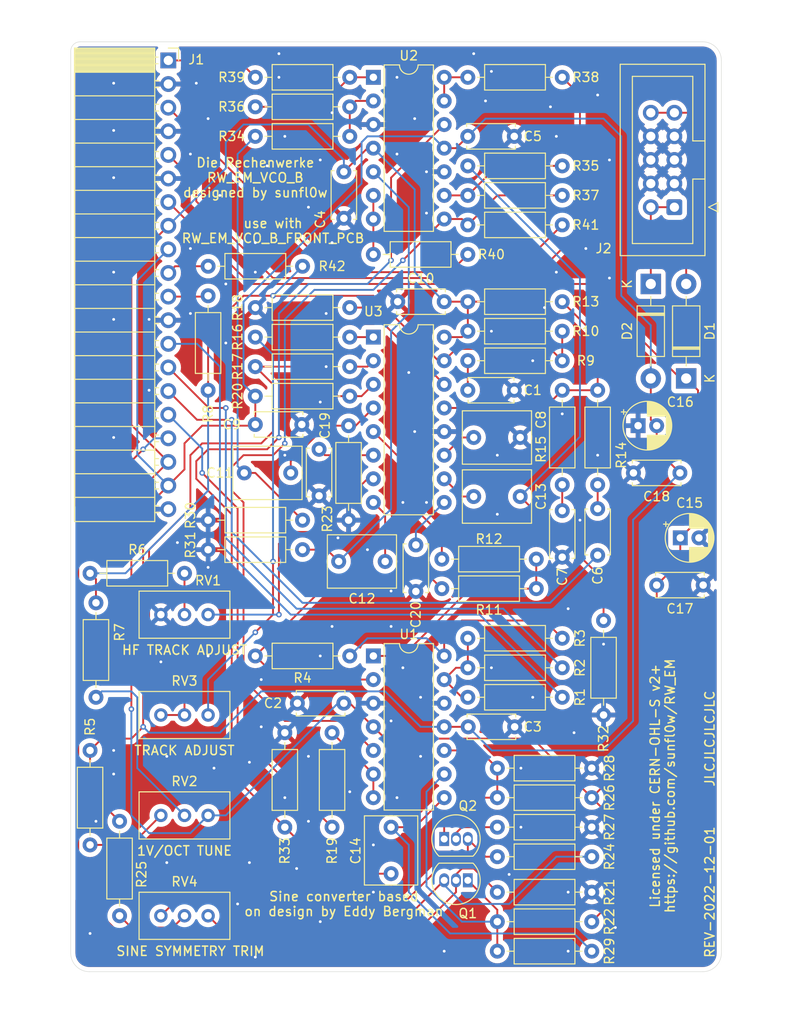
<source format=kicad_pcb>
(kicad_pcb (version 20211014) (generator pcbnew)
  (title_block (title "RW_EM_VCO_B") (date "2022-12-01") (rev "2022-12-01") (comment 1 "Licensed under CERN-OHL-S v2+") (comment 2 "https://github.com/sunfl0w/RW_EM"))
  (layers (0 "F.Cu" signal) (31 "B.Cu" signal) (34 "B.Paste" user) (35 "F.Paste" user) (36 "B.SilkS" user "B.Silkscreen") (37 "F.SilkS" user "F.Silkscreen") (38 "B.Mask" user) (39 "F.Mask" user) (44 "Edge.Cuts" user))
  (net 0 "")
  (net 1 "GND")
  (net 2 "Net-(C1-Pad2)")
  (net 3 "+12V")
  (net 4 "-12V")
  (net 5 "FM_CV")
  (net 6 "Net-(C6-Pad2)")
  (net 7 "Net-(C7-Pad1)")
  (net 8 "Net-(C8-Pad2)")
  (net 9 "SQR")
  (net 10 "Net-(C11-Pad2)")
  (net 11 "SAW")
  (net 12 "Net-(C12-Pad2)")
  (net 13 "TRI")
  (net 14 "Net-(C13-Pad2)")
  (net 15 "Net-(C14-Pad1)")
  (net 16 "Net-(C14-Pad2)")
  (net 17 "1V{slash}OCT")
  (net 18 "PWM_CV_IN_1")
  (net 19 "PWM_CV_IN_2")
  (net 20 "CONV_RES_1")
  (net 21 "CONV_RES_2")
  (net 22 "SQR_OUT")
  (net 23 "SAW_OUT")
  (net 24 "TRI_OUT")
  (net 25 "SINE_OUT")
  (net 26 "Net-(Q1-Pad1)")
  (net 27 "Net-(Q1-Pad3)")
  (net 28 "Net-(Q2-Pad1)")
  (net 29 "Net-(Q2-Pad2)")
  (net 30 "Net-(Q2-Pad3)")
  (net 31 "Net-(R1-Pad2)")
  (net 32 "Net-(R3-Pad2)")
  (net 33 "Net-(R11-Pad1)")
  (net 34 "Net-(R5-Pad1)")
  (net 35 "Net-(R6-Pad1)")
  (net 36 "CV")
  (net 37 "Net-(R7-Pad1)")
  (net 38 "Net-(R11-Pad2)")
  (net 39 "PWM_CV")
  (net 40 "Net-(R13-Pad2)")
  (net 41 "Net-(R16-Pad1)")
  (net 42 "Net-(R16-Pad2)")
  (net 43 "Net-(R17-Pad2)")
  (net 44 "Net-(R18-Pad2)")
  (net 45 "Net-(R19-Pad1)")
  (net 46 "HARD_SYNC")
  (net 47 "Net-(R25-Pad2)")
  (net 48 "Net-(R34-Pad2)")
  (net 49 "Net-(R35-Pad2)")
  (net 50 "Net-(R36-Pad2)")
  (net 51 "SINE_CONV")
  (net 52 "Net-(R38-Pad2)")
  (net 53 "Net-(R40-Pad1)")
  (net 54 "HFT")
  (net 55 "SOFT_SYNC")
  (net 56 "Net-(R17-Pad1)")
  (net 57 "VCO_TUNE")
  (net 58 "Net-(D1-Pad2)")
  (net 59 "Net-(D2-Pad1)")
  (footprint "Resistor_THT:R_Axial_DIN0207_L6.3mm_D2.5mm_P10.16mm_Horizontal" (layer "F.Cu") (at 186.055 131.445 180)
    (fp_text reference "R21")
    (fp_text value "2.2k*")
  )
  (footprint "Capacitor_THT:C_Disc_D5.0mm_W2.5mm_P5.00mm" (layer "F.Cu") (at 193.04 98.425)
    (fp_text reference "C17")
    (fp_text value "100nF")
  )
  (footprint "Resistor_THT:R_Axial_DIN0207_L6.3mm_D2.5mm_P10.16mm_Horizontal" (layer "F.Cu") (at 153.035 114.3 -90)
    (fp_text reference "R33")
    (fp_text value "200k")
  )
  (footprint "Resistor_THT:R_Axial_DIN0207_L6.3mm_D2.5mm_P10.16mm_Horizontal" (layer "F.Cu") (at 172.72 74.295)
    (fp_text reference "R9")
    (fp_text value "470")
  )
  (footprint "Potentiometer_THT:Potentiometer_Bourns_3296W_Vertical" (layer "F.Cu") (at 144.78 101.6)
    (fp_text reference "RV1")
    (fp_text value "20k")
  )
  (footprint "Resistor_THT:R_Axial_DIN0207_L6.3mm_D2.5mm_P10.16mm_Horizontal" (layer "F.Cu") (at 144.78 67.31 -90)
    (fp_text reference "R8")
    (fp_text value "100k")
  )
  (footprint "Capacitor_THT:C_Rect_L7.2mm_W5.5mm_P5.00mm_FKS2_FKP2_MKS2_MKP2" (layer "F.Cu") (at 153.67 86.36 180)
    (fp_text reference "C11")
    (fp_text value "1uF")
  )
  (footprint "Resistor_THT:R_Axial_DIN0207_L6.3mm_D2.5mm_P10.16mm_Horizontal" (layer "F.Cu") (at 172.72 104.14)
    (fp_text reference "R3")
    (fp_text value "100k")
  )
  (footprint "Resistor_THT:R_Axial_DIN0207_L6.3mm_D2.5mm_P10.16mm_Horizontal" (layer "F.Cu") (at 142.24 97.155 180)
    (fp_text reference "R6")
    (fp_text value "1M")
  )
  (footprint "Resistor_THT:R_Axial_DIN0207_L6.3mm_D2.5mm_P10.16mm_Horizontal" (layer "F.Cu") (at 158.115 114.3 -90)
    (fp_text reference "R19")
    (fp_text value "1k")
  )
  (footprint "Resistor_THT:R_Axial_DIN0207_L6.3mm_D2.5mm_P10.16mm_Horizontal" (layer "F.Cu") (at 172.72 53.34)
    (fp_text reference "R35")
    (fp_text value "10k")
  )
  (footprint "Package_DIP:DIP-14_W7.62mm" (layer "F.Cu") (at 162.56 106.045)
    (fp_text reference "U1")
    (fp_text value "TL074")
  )
  (footprint "Capacitor_THT:CP_Radial_D5.0mm_P2.00mm" (layer "F.Cu") (at 195.58 93.345)
    (fp_text reference "C15")
    (fp_text value "47uF")
  )
  (footprint "Resistor_THT:R_Axial_DIN0207_L6.3mm_D2.5mm_P10.16mm_Horizontal" (layer "F.Cu") (at 160.02 46.99 180)
    (fp_text reference "R36")
    (fp_text value "8.6k")
  )
  (footprint "Resistor_THT:R_Axial_DIN0207_L6.3mm_D2.5mm_P10.16mm_Horizontal" (layer "F.Cu") (at 159.893 81.28 -90)
    (fp_text reference "R23")
    (fp_text value "51k")
  )
  (footprint "Capacitor_THT:C_Disc_D5.0mm_W2.5mm_P5.00mm" (layer "F.Cu") (at 167.132 94.107 -90)
    (fp_text reference "C20")
    (fp_text value "1nF")
  )
  (footprint "Package_TO_SOT_THT:TO-92_Inline" (layer "F.Cu") (at 172.72 130.175 180)
    (fp_text reference "Q1")
    (fp_text value "BC548")
  )
  (footprint "Resistor_THT:R_Axial_DIN0207_L6.3mm_D2.5mm_P10.16mm_Horizontal" (layer "F.Cu") (at 149.86 78.105)
    (fp_text reference "R20")
    (fp_text value "680R")
  )
  (footprint "Resistor_THT:R_Axial_DIN0207_L6.3mm_D2.5mm_P10.16mm_Horizontal" (layer "F.Cu") (at 160.02 106.045 180)
    (fp_text reference "R4")
    (fp_text value "100k")
  )
  (footprint "Resistor_THT:R_Axial_DIN0207_L6.3mm_D2.5mm_P10.16mm_Horizontal" (layer "F.Cu") (at 172.72 56.515)
    (fp_text reference "R37")
    (fp_text value "20k")
  )
  (footprint "Resistor_THT:R_Axial_DIN0207_L6.3mm_D2.5mm_P10.16mm_Horizontal" (layer "F.Cu") (at 132.715 110.49 90)
    (fp_text reference "R7")
    (fp_text value "470k")
  )
  (footprint "Resistor_THT:R_Axial_DIN0207_L6.3mm_D2.5mm_P10.16mm_Horizontal" (layer "F.Cu") (at 182.88 43.815 180)
    (fp_text reference "R38")
    (fp_text value "1k")
  )
  (footprint "Resistor_THT:R_Axial_DIN0207_L6.3mm_D2.5mm_P10.16mm_Horizontal" (layer "F.Cu") (at 175.895 127.635)
    (fp_text reference "R24")
    (fp_text value "390")
  )
  (footprint "Resistor_THT:R_Axial_DIN0207_L6.3mm_D2.5mm_P10.16mm_Horizontal" (layer "F.Cu") (at 154.94 94.615 180)
    (fp_text reference "R31")
    (fp_text value "200k")
  )
  (footprint "Resistor_THT:R_Axial_DIN0207_L6.3mm_D2.5mm_P10.16mm_Horizontal" (layer "F.Cu") (at 149.86 50.165)
    (fp_text reference "R34")
    (fp_text value "10k")
  )
  (footprint "Resistor_THT:R_Axial_DIN0207_L6.3mm_D2.5mm_P10.16mm_Horizontal" (layer "F.Cu") (at 182.88 107.315 180)
    (fp_text reference "R2")
    (fp_text value "100k")
  )
  (footprint "Resistor_THT:R_Axial_DIN0207_L6.3mm_D2.5mm_P10.16mm_Horizontal" (layer "F.Cu") (at 180.086 95.631 180)
    (fp_text reference "R12")
    (fp_text value "1k")
  )
  (footprint "Capacitor_THT:C_Disc_D5.0mm_W2.5mm_P5.00mm" (layer "F.Cu") (at 182.88 90.424 -90)
    (fp_text reference "C7")
    (fp_text value "10nF")
  )
  (footprint "Capacitor_THT:C_Disc_D4.7mm_W2.5mm_P5.00mm" (layer "F.Cu") (at 177.72 77.47 180)
    (fp_text reference "C1")
    (fp_text value "10nF")
  )
  (footprint "Resistor_THT:R_Axial_DIN0207_L6.3mm_D2.5mm_P10.16mm_Horizontal" (layer "F.Cu") (at 154.94 91.44 180)
    (fp_text reference "R30")
    (fp_text value "200k")
  )
  (footprint "Resistor_THT:R_Axial_DIN0207_L6.3mm_D2.5mm_P10.16mm_Horizontal" (layer "F.Cu") (at 162.56 62.865)
    (fp_text reference "R40")
    (fp_text value "1k")
  )
  (footprint "Resistor_THT:R_Axial_DIN0207_L6.3mm_D2.5mm_P10.16mm_Horizontal" (layer "F.Cu") (at 186.69 87.63 90)
    (fp_text reference "R14")
    (fp_text value "1M")
  )
  (footprint "Capacitor_THT:C_Disc_D4.7mm_W2.5mm_P5.00mm" (layer "F.Cu") (at 186.69 95.21 90)
    (fp_text reference "C6")
    (fp_text value "100nF")
  )
  (footprint "Capacitor_THT:C_Disc_D5.0mm_W2.5mm_P5.00mm" (layer "F.Cu") (at 156.718 83.82 -90)
    (fp_text reference "C19")
    (fp_text value "1nF")
  )
  (footprint "Resistor_THT:R_Axial_DIN0207_L6.3mm_D2.5mm_P10.16mm_Horizontal" (layer "F.Cu") (at 169.926 98.806)
    (fp_text reference "R11")
    (fp_text value "100k")
  )
  (footprint "Resistor_THT:R_Axial_DIN0207_L6.3mm_D2.5mm_P10.16mm_Horizontal" (layer "F.Cu") (at 172.72 59.69)
    (fp_text reference "R41")
    (fp_text value "1k")
  )
  (footprint "Capacitor_THT:C_Disc_D5.0mm_W2.5mm_P5.00mm" (layer "F.Cu") (at 159.385 111.125 180)
    (fp_text reference "C2")
    (fp_text value "100nF")
  )
  (footprint "Resistor_THT:R_Axial_DIN0207_L6.3mm_D2.5mm_P10.16mm_Horizontal" (layer "F.Cu") (at 186.055 124.46 180)
    (fp_text reference "R27")
    (fp_text value "2.2k*")
  )
  (footprint "Capacitor_THT:C_Rect_L7.2mm_W5.5mm_P5.00mm_FKS2_FKP2_MKS2_MKP2" (layer "F.Cu") (at 173.355 88.9)
    (fp_text reference "C13")
    (fp_text value "1uF")
  )
  (footprint "Diode_THT:D_DO-41_SOD81_P10.16mm_Horizontal" (layer "F.Cu") (at 192.405 66.04 -90)
    (fp_text reference "D2")
    (fp_text value "1N5819")
  )
  (footprint "Resistor_THT:R_Axial_DIN0207_L6.3mm_D2.5mm_P10.16mm_Horizontal" (layer "F.Cu") (at 149.86 74.93)
    (fp_text reference "R17")
    (fp_text value "5.6k")
  )
  (footprint "Package_TO_SOT_THT:TO-92_Inline" (layer "F.Cu") (at 170.18 125.73)
    (fp_text reference "Q2")
    (fp_text value "BC548")
  )
  (footprint "Capacitor_THT:C_Disc_D5.0mm_W2.5mm_P5.00mm" (layer "F.Cu") (at 190.54 86.36)
    (fp_text reference "C18")
    (fp_text value "100nF")
  )
  (footprint "Potentiometer_THT:Potentiometer_Bourns_3296W_Vertical" (layer "F.Cu") (at 144.78 123.19)
    (fp_text reference "RV2")
    (fp_text value "10k")
  )
  (footprint "Resistor_THT:R_Axial_DIN0207_L6.3mm_D2.5mm_P10.16mm_Horizontal" (layer "F.Cu") (at 144.78 64.135)
    (fp_text reference "R42")
    (fp_text value "330k")
  )
  (footprint "Resistor_THT:R_Axial_DIN0207_L6.3mm_D2.5mm_P10.16mm_Horizontal" (layer "F.Cu") (at 132.08 126.365 90)
    (fp_text reference "R5")
    (fp_text value "5.6k")
  )
  (footprint "Resistor_THT:R_Axial_DIN0207_L6.3mm_D2.5mm_P10.16mm_Horizontal" (layer "F.Cu") (at 175.895 121.285)
    (fp_text reference "R26")
    (fp_text value "10k*")
  )
  (footprint "Capacitor_THT:C_Disc_D5.0mm_W2.5mm_P5.00mm" (layer "F.Cu") (at 159.385 53.975 -90)
    (fp_text reference "C4")
    (fp_text value "100nF")
  )
  (footprint "Potentiometer_THT:Potentiometer_Bourns_3296W_Vertical" (layer "F.Cu") (at 144.78 133.985)
    (fp_text reference "RV4")
    (fp_text value "50k")
  )
  (footprint "Capacitor_THT:C_Rect_L7.2mm_W5.5mm_P5.00mm_FKS2_FKP2_MKS2_MKP2" (layer "F.Cu") (at 164.465 124.46 -90)
    (fp_text reference "C14")
    (fp_text value "1uF")
  )
  (footprint "Connector_IDC:IDC-Header_2x05_P2.54mm_Vertical" (layer "F.Cu") (at 194.945 57.785 180)
    (fp_text reference "J2")
    (fp_text value "IDC_02x05")
  )
  (footprint "Package_DIP:DIP-16_W7.62mm" (layer "F.Cu") (at 162.56 71.755)
    (fp_text reference "U3")
    (fp_text value "AS3340")
  )
  (footprint "Package_DIP:DIP-14_W7.62mm" (layer "F.Cu") (at 162.56 43.815)
    (fp_text reference "U2")
    (fp_text value "TL074")
  )
  (footprint "Resistor_THT:R_Axial_DIN0207_L6.3mm_D2.5mm_P10.16mm_Horizontal" (layer "F.Cu") (at 186.055 137.795 180)
    (fp_text reference "R29")
    (fp_text value "10k*")
  )
  (footprint "Resistor_THT:R_Axial_DIN0207_L6.3mm_D2.5mm_P10.16mm_Horizontal" (layer "F.Cu") (at 182.88 110.49 180)
    (fp_text reference "R1")
    (fp_text value "100k")
  )
  (footprint "Connector_PinSocket_2.54mm:PinSocket_1x20_P2.54mm_Horizontal" (layer "F.Cu") (at 140.5 42)
    (fp_text reference "J1")
    (fp_text value "PANEL_CONN")
  )
  (footprint "Capacitor_THT:C_Disc_D5.0mm_W2.5mm_P5.00mm" (layer "F.Cu") (at 154.86 81.153 180)
    (fp_text reference "C9")
    (fp_text value "100nF")
  )
  (footprint "Resistor_THT:R_Axial_DIN0207_L6.3mm_D2.5mm_P10.16mm_Horizontal" (layer "F.Cu") (at 172.72 71.12)
    (fp_text reference "R10")
    (fp_text value "330k")
  )
  (footprint "Capacitor_THT:C_Rect_L7.2mm_W5.5mm_P5.00mm_FKS2_FKP2_MKS2_MKP2" (layer "F.Cu") (at 178.355 82.55 180)
    (fp_text reference "C8")
    (fp_text value "1nF")
  )
  (footprint "Diode_THT:D_DO-41_SOD81_P10.16mm_Horizontal" (layer "F.Cu") (at 196.215 76.2 90)
    (fp_text reference "D1")
    (fp_text value "1N5819")
  )
  (footprint "Resistor_THT:R_Axial_DIN0207_L6.3mm_D2.5mm_P10.16mm_Horizontal" (layer "F.Cu") (at 175.895 134.62)
    (fp_text reference "R22")
    (fp_text value "10k*")
  )
  (footprint "Resistor_THT:R_Axial_DIN0207_L6.3mm_D2.5mm_P10.16mm_Horizontal" (layer "F.Cu") (at 135.255 123.825 -90)
    (fp_text reference "R25")
    (fp_text value "10k*")
  )
  (footprint "Resistor_THT:R_Axial_DIN0207_L6.3mm_D2.5mm_P10.16mm_Horizontal" (layer "F.Cu") (at 187.325 102.235 -90)
    (fp_text reference "R32")
    (fp_text value "200k")
  )
  (footprint "Capacitor_THT:CP_Radial_D5.0mm_P2.00mm" (layer "F.Cu") (at 191.04 81.28)
    (fp_text reference "C16")
    (fp_text value "47uF")
  )
  (footprint "Resistor_THT:R_Axial_DIN0207_L6.3mm_D2.5mm_P10.16mm_Horizontal" (layer "F.Cu") (at 172.72 67.945)
    (fp_text reference "R13")
    (fp_text value "1.5M")
  )
  (footprint "Potentiometer_THT:Potentiometer_Bourns_3296W_Vertical" (layer "F.Cu") (at 144.78 112.395)
    (fp_text reference "RV3")
    (fp_text value "10k")
  )
  (footprint "Resistor_THT:R_Axial_DIN0207_L6.3mm_D2.5mm_P10.16mm_Horizontal" (layer "F.Cu") (at 186.055 118.11 180)
    (fp_text reference "R28")
    (fp_text value "10k*")
  )
  (footprint "Capacitor_THT:C_Rect_L7.2mm_W5.5mm_P5.00mm_FKS2_FKP2_MKS2_MKP2" (layer "F.Cu") (at 163.83 95.885 180)
    (fp_text reference "C12")
    (fp_text value "1uF")
  )
  (footprint "Resistor_THT:R_Axial_DIN0207_L6.3mm_D2.5mm_P10.16mm_Horizontal" (layer "F.Cu") (at 149.86 71.755)
    (fp_text reference "R16")
    (fp_text value "24k")
  )
  (footprint "Resistor_THT:R_Axial_DIN0207_L6.3mm_D2.5mm_P10.16mm_Horizontal" (layer "F.Cu") (at 160.02 43.815 180)
    (fp_text reference "R39")
    (fp_text value "1k")
  )
  (footprint "Resistor_THT:R_Axial_DIN0207_L6.3mm_D2.5mm_P10.16mm_Horizontal" (layer "F.Cu") (at 182.88 87.63 90)
    (fp_text reference "R15")
    (fp_text value "470")
  )
  (footprint "Capacitor_THT:C_Disc_D5.0mm_W2.5mm_P5.00mm" (layer "F.Cu") (at 177.76 113.665 180)
    (fp_text reference "C3")
    (fp_text value "100nF")
  )
  (footprint "Capacitor_THT:C_Disc_D5.0mm_W2.5mm_P5.00mm" (layer "F.Cu") (at 177.72 50.165 180)
    (fp_text reference "C5")
    (fp_text value "100nF")
  )
  (footprint "Resistor_THT:R_Axial_DIN0207_L6.3mm_D2.5mm_P10.16mm_Horizontal" (layer "F.Cu") (at 149.86 68.58)
    (fp_text reference "R18")
    (fp_text value "1.8k")
  )
  (footprint "Capacitor_THT:C_Disc_D5.0mm_W2.5mm_P5.00mm" (layer "F.Cu") (at 165.18 67.945)
    (fp_text reference "C10")
    (fp_text value "100nF")
  )
  (gr_arc (start 130 41) (mid 130.292893 40.292893) (end 131 40) (layer "Edge.Cuts") (width 0.05))
  (gr_arc (start 132 140) (mid 130.585786 139.414214) (end 130 138) (layer "Edge.Cuts") (width 0.05))
  (gr_arc (start 198 40) (mid 199.414214 40.585786) (end 200 42) (layer "Edge.Cuts") (width 0.05))
  (gr_line (start 198 140) (end 132 140) (layer "Edge.Cuts") (width 0.05))
  (gr_line (start 130 138) (end 130 41) (layer "Edge.Cuts") (width 0.05))
  (gr_line (start 200 42) (end 200 138) (layer "Edge.Cuts") (width 0.05))
  (gr_line (start 131 40) (end 198 40) (layer "Edge.Cuts") (width 0.05))
  (gr_arc (start 200 138) (mid 199.414214 139.414214) (end 198 140) (layer "Edge.Cuts") (width 0.05))
  (gr_text "1V/OCT TUNE" (at 142.24 127) (layer "F.SilkS") (effects (font (size 1 1) (thickness 0.16))))
  (gr_text "Die Rechenwerke\nRW_EM_VCO_B\ndesigned by sunfl0w\n" (at 149.86 54.61) (layer "F.SilkS") (effects (font (size 1 1) (thickness 0.16))))
  (gr_text "JLCJLCJLCJLC" (at 198.755 114.935 90) (layer "F.SilkS") (effects (font (size 1 1) (thickness 0.16))))
  (gr_text "HF TRACK ADJUST" (at 142.24 105.41) (layer "F.SilkS") (effects (font (size 1 1) (thickness 0.16))))
  (gr_text "TRACK ADJUST" (at 142.24 116.205) (layer "F.SilkS") (effects (font (size 1 1) (thickness 0.16))))
  (gr_text "REV-2022-12-01" (at 198.755 131.445 90) (layer "F.SilkS") (effects (font (size 1 1) (thickness 0.16))))
  (gr_text "use with\nRW_EM_VCO_B_FRONT_PCB" (at 151.765 60.325) (layer "F.SilkS") (effects (font (size 1 1) (thickness 0.16))))
  (gr_text "Licensed under CERN-OHL-S v2+\nhttps://github.com/sunfl0w/RW_EM" (at 193.675 120.015 90) (layer "F.SilkS") (effects (font (size 1 1) (thickness 0.16))))
  (gr_text "Sine converter based\non design by Eddy Bergman" (at 159.385 132.715) (layer "F.SilkS") (effects (font (size 1 1) (thickness 0.16))))
  (gr_text "SINE SYMMETRY TRIM" (at 142.875 137.795) (layer "F.SilkS") (effects (font (size 1 1) (thickness 0.16))))
  (via (at 165.1 52.07) (size 0.6) (drill 0.3) (layers "F.Cu" "B.Cu") (net 1))
  (via (at 144.78 106.045) (size 0.6) (drill 0.3) (layers "F.Cu" "B.Cu") (net 1))
  (via (at 156.845 106.045) (size 0.6) (drill 0.3) (layers "F.Cu" "B.Cu") (net 1))
  (via (at 156.845 78.74) (size 0.6) (drill 0.3) (layers "F.Cu" "B.Cu") (net 1))
  (via (at 161.925 94.615) (size 0.6) (drill 0.3) (layers "F.Cu" "B.Cu") (net 1))
  (via (at 150.495 108.585) (size 0.6) (drill 0.3) (layers "F.Cu" "B.Cu") (net 1))
  (via (at 153.035 84.455) (size 0.6) (drill 0.3) (layers "F.Cu" "B.Cu") (net 1))
  (via (at 178.435 124.46) (size 0.6) (drill 0.3) (layers "F.Cu" "B.Cu") (net 1))
  (via (at 178.435 118.11) (size 0.6) (drill 0.3) (layers "F.Cu" "B.Cu") (net 1))
  (via (at 186.69 45.72) (size 0.6) (drill 0.3) (layers "F.Cu" "B.Cu") (net 1))
  (via (at 167.005 81.915) (size 0.6) (drill 0.3) (layers "F.Cu" "B.Cu") (net 1))
  (via (at 187.96 52.705) (size 0.6) (drill 0.3) (layers "F.Cu" "B.Cu") (net 1))
  (via (at 149.86 138.43) (size 0.6) (drill 0.3) (layers "F.Cu" "B.Cu") (net 1))
  (via (at 187.96 65.405) (size 0.6) (drill 0.3) (layers "F.Cu" "B.Cu") (net 1))
  (via (at 143.51 44.45) (size 0.6) (drill 0.3) (layers "F.Cu" "B.Cu") (net 1))
  (via (at 158.115 61.595) (size 0.6) (drill 0.3) (layers "F.Cu" "B.Cu") (net 1))
  (via (at 164.465 99.06) (size 0.6) (drill 0.3) (layers "F.Cu" "B.Cu") (net 1))
  (via (at 186.69 84.455) (size 0.6) (drill 0.3) (layers "F.Cu" "B.Cu") (net 1))
  (via (at 156.845 134.62) (size 0.6) (drill 0.3) (layers "F.Cu" "B.Cu") (net 1))
  (via (at 182.88 80.01) (size 0.6) (drill 0.3) (layers "F.Cu" "B.Cu") (net 1))
  (via (at 168.275 89.535) (size 0.6) (drill 0.3) (layers "F.Cu" "B.Cu") (net 1))
  (via (at 144.78 48.26) (size 0.6) (drill 0.3) (layers "F.Cu" "B.Cu") (net 1))
  (via (at 182.245 64.77) (size 0.6) (drill 0.3) (layers "F.Cu" "B.Cu") (net 1))
  (via (at 184.15 114.3) (size 0.6) (drill 0.3) (layers "F.Cu" "B.Cu") (net 1))
  (via (at 142.875 52.07) (size 0.6) (drill 0.3) (layers "F.Cu" "B.Cu") (net 1))
  (via (at 170.18 137.795) (size 0.6) (drill 0.3) (layers "F.Cu" "B.Cu") (net 1))
  (via (at 155.575 123.825) (size 0.6) (drill 0.3) (layers "F.Cu" "B.Cu") (net 1))
  (via (at 175.26 43.18) (size 0.6) (drill 0.3) (layers "F.Cu" "B.Cu") (net 1))
  (via (at 132.08 135.89) (size 0.6) (drill 0.3) (layers "F.Cu" "B.Cu") (net 1))
  (via (at 134.62 116.205) (size 0.6) (drill 0.3) (layers "F.Cu" "B.Cu") (net 1))
  (via (at 134.62 44.45) (size 0.6) (drill 0.3) (layers "F.Cu" "B.Cu") (net 1))
  (via (at 179.705 74.295) (size 0.6) (drill 0.3) (layers "F.Cu" "B.Cu") (net 1))
  (via (at 174.625 46.355) (size 0.6) (drill 0.3) (layers "F.Cu" "B.Cu") (net 1))
  (via (at 149.225 128.27) (size 0.6) (drill 0.3) (layers "F.Cu" "B.Cu") (net 1))
  (via (at 134.62 82.55) (size 0.6) (drill 0.3) (layers "F.Cu" "B.Cu") (net 1))
  (via (at 153.035 121.285) (size 0.6) (drill 0.3) (layers "F.Cu" "B.Cu") (net 1))
  (via (at 132.715 123.825) (size 0.6) (drill 0.3) (layers "F.Cu" "B.Cu") (net 1))
  (via (at 187.325 104.775) (size 0.6) (drill 0.3) (layers "F.Cu" "B.Cu") (net 1))
  (via (at 152.4 43.815) (size 0.6) (drill 0.3) (layers "F.Cu" "B.Cu") (net 1))
  (via (at 146.05 56.515) (size 0.6) (drill 0.3) (layers "F.Cu" "B.Cu") (net 1))
  (via (at 153.035 50.165) (size 0.6) (drill 0.3) (layers "F.Cu" "B.Cu") (net 1))
  (via (at 134.62 64.77) (size 0.6) (drill 0.3) (layers "F.Cu" "B.Cu") (net 1))
  (via (at 141.478 93.853) (size 0.6) (drill 0.3) (layers "F.Cu" "B.Cu") (net 1))
  (via (at 188.595 135.255) (size 0.6) (drill 0.3) (layers "F.Cu" "B.Cu") (net 1))
  (via (at 158.115 47.625) (size 0.6) (drill 0.3) (layers "F.Cu" "B.Cu") (net 1))
  (via (at 165.735 89.535) (size 0.6) (drill 0.3) (layers "F.Cu" "B.Cu") (net 1))
  (via (at 149.225 117.475) (size 0.6) (drill 0.3) (layers "F.Cu" "B.Cu") (net 1))
  (via (at 155.575 116.84) (size 0.6) (drill 0.3) (layers "F.Cu" "B.Cu") (net 1))
  (via (at 168.275 58.42) (size 0.6) (drill 0.3) (layers "F.Cu" "B.Cu") (net 1))
  (via (at 156.845 52.705) (size 0.6) (drill 0.3) (layers "F.Cu" "B.Cu") (net 1))
  (via (at 184.785 91.44) (size 0.6) (drill 0.3) (layers "F.Cu" "B.Cu") (net 1))
  (via (at 162.56 126.365) (size 0.6) (drill 0.3) (layers "F.Cu" "B.Cu") (net 1))
  (via (at 175.895 84.455) (size 0.6) (drill 0.3) (layers "F.Cu" "B.Cu") (net 1))
  (via (at 152.4 41.275) (size 0.6) (drill 0.3) (layers "F.Cu" "B.Cu") (net 1))
  (via (at 134.62 49.53) (size 0.6) (drill 0.3) (layers "F.Cu" "B.Cu") (net 1))
  (via (at 167.005 48.26) (size 0.6) (drill 0.3) (layers "F.Cu" "B.Cu") (net 1))
  (via (at 165.1 121.285) (size 0.6) (drill 0.3) (layers "F.Cu" "B.Cu") (net 1))
  (via (at 182.245 50.165) (size 0.6) (drill 0.3) (layers "F.Cu" "B.Cu") (net 1))
  (via (at 146.685 66.04) (size 0.6) (drill 0.3) (layers "F.Cu" "B.Cu") (net 1))
  (via (at 146.685 72.39) (size 0.6) (drill 0.3) (layers "F.Cu" "B.Cu") (net 1))
  (via (at 175.26 107.315) (size 0.6) (drill 0.3) (layers "F.Cu" "B.Cu") (net 1))
  (via (at 164.465 102.87) (size 0.6) (drill 0.3) (layers "F.Cu" "B.Cu") (net 1))
  (via (at 134.62 69.85) (size 0.6) (drill 0.3) (layers "F.Cu" "B.Cu") (net 1))
  (via (at 144.78 96.52) (size 0.6) (drill 0.3) (layers "F.Cu" "B.Cu") (net 1))
  (via (at 175.26 71.12) (size 0.6) (drill 0.3) (layers "F.Cu" "B.Cu") (net 1))
  (via (at 145.415 118.11) (size 0.6) (drill 0.3) (layers "F.Cu" "B.Cu") (net 1))
  (via (at 142.875 69.215) (size 0.6) (drill 0.3) (layers "F.Cu" "B.Cu") (net 1))
  (via (at 183.515 137.795) (size 0.6) (drill 0.3) (layers "F.Cu" "B.Cu") (net 1))
  (via (at 138.43 69.85) (size 0.6) (drill 0.3) (layers "F.Cu" "B.Cu") (net 1))
  (via (at 142.875 62.23) (size 0.6) (drill 0.3) (layers "F.Cu" "B.Cu") (net 1))
  (via (at 151.13 53.34) (size 0.6) (drill 0.3) (layers "F.Cu" "B.Cu") (net 1))
  (via (at 164.465 113.03) (size 0.6) (drill 0.3) (layers "F.Cu" "B.Cu") (net 1))
  (via (at 134.62 54.61) (size 0.6) (drill 0.3) (layers "F.Cu" "B.Cu") (net 1))
  (via (at 179.705 110.49) (size 0.6) (drill 0.3) (layers "F.Cu" "B.Cu") (net 1))
  (via (at 185.42 62.23) (size 0.6) (drill 0.3) (layers "F.Cu" "B.Cu") (net 1))
  (via (at 181.61 46.99) (size 0.6) (drill 0.3) (layers "F.Cu" "B.Cu") (net 1))
  (via (at 147.955 132.715) (size 0.6) (drill 0.3) (layers "F.Cu" "B.Cu") (net 1))
  (via (at 138.43 77.47) (size 0.6) (drill 0.3) (layers "F.Cu" "B.Cu") (net 1))
  (via (at 167.64 110.49) (size 0.6) (drill 0.3) (layers "F.Cu" "B.Cu") (net 1))
  (via (at 155.575 57.785) (size 0.6) (drill 0.3) (layers "F.Cu" "B.Cu") (net 1))
  (via (at 140.335 128.27) (size 0.6) (drill 0.3) (layers "F.Cu" "B.Cu") (net 1))
  (via (at 157.48 69.215) (size 0.6) (drill 0.3) (layers "F.Cu" "B.Cu") (net 1))
  (via (at 167.64 116.84) (size 0.6) (drill 0.3) (layers "F.Cu" "B.Cu") (net 1))
  (via (at 180.975 68.58) (size 0.6) (drill 0.3) (layers "F.Cu" "B.Cu") (net 1))
  (via (at 149.86 61.595) (size 0.6) (drill 0.3) (layers "F.Cu" "B.Cu") (net 1))
  (via (at 175.895 90.805) (size 0.6) (drill 0.3) (layers "F.Cu" "B.Cu") (net 1))
  (via (at 149.86 64.77) (size 0.6) (drill 0.3) (layers "F.Cu" "B.Cu") (net 1))
  (via (at 166.37 75.565) (size 0.6) (drill 0.3) (layers "F.Cu" "B.Cu") (net 1))
  (via (at 183.515 131.445) (size 0.6) (drill 0.3) (layers "F.Cu" "B.Cu") (net 1))
  (via (at 134.62 118.745) (size 0.6) (drill 0.3) (layers "F.Cu" "B.Cu") (net 1))
  (via (at 168.275 53.975) (size 0.6) (drill 0.3) (layers "F.Cu" "B.Cu") (net 1))
  (via (at 158.115 102.87) (size 0.6) (drill 0.3) (layers "F.Cu" "B.Cu") (net 1))
  (via (at 154.305 128.905) (size 0.6) (drill 0.3) (layers "F.Cu" "B.Cu") (net 1))
  (via (at 173.355 41.275) (size 0.6) (drill 0.3) (layers "F.Cu" "B.Cu") (net 1))
  (via (at 158.75 93.345) (size 0.6) (drill 0.3) (layers "F.Cu" "B.Cu") (net 1))
  (via (at 177.165 129.54) (size 0.6) (drill 0.3) (layers "F.Cu" "B.Cu") (net 1))
  (via (at 162.56 131.445) (size 0.6) (drill 0.3) (layers "F.Cu" "B.Cu") (net 1))
  (via (at 183.515 100.965) (size 0.6) (drill 0.3) (layers "F.Cu" "B.Cu") (net 1))
  (via (at 140.335 116.84) (size 0.6) (drill 0.3) (layers "F.Cu" "B.Cu") (net 1))
  (via (at 165.735 107.315) (size 0.6) (drill 0.3) (layers "F.Cu" "B.Cu") (net 1))
  (via (at 157.48 74.93) (size 0.6) (drill 0.3) (layers "F.Cu" "B.Cu") (net 1))
  (via (at 165.1 43.815) (size 0.6) (drill 0.3) (layers "F.Cu" "B.Cu") (net 1))
  (via (at 150.495 113.665) (size 0.6) (drill 0.3) (layers "F.Cu" "B.Cu") (net 1))
  (via (at 139.7 106.68) (size 0.6) (drill 0.3) (layers "F.Cu" "B.Cu") (net 1))
  (via (at 160.02 120.65) (size 0.6) (drill 0.3) (layers "F.Cu" "B.Cu") (net 1))
  (segment (start 172.72 74.295) (end 172.72 77.47) (width 0.2) (layer "F.Cu") (net 2))
  (segment (start 197.485 77.47) (end 197.485 91.44) (width 0.2) (layer "F.Cu") (net 3))
  (segment (start 162.56 113.665) (end 160.02 111.125) (width 0.2) (layer "F.Cu") (net 3))
  (segment (start 162.56 113.665) (end 163.83 114.935) (width 0.2) (layer "F.Cu") (net 3))
  (segment (start 136.525 89.155) (end 136.525 111.76) (width 0.2) (layer "F.Cu") (net 3))
  (segment (start 193.04 98.425) (end 193.04 114.3) (width 0.2) (layer "F.Cu") (net 3))
  (segment (start 159.385 53.975) (end 161.925 51.435) (width 0.2) (layer "F.Cu") (net 3))
  (segment (start 185.42 66.04) (end 195.58 76.2) (width 0.2) (layer "F.Cu") (net 3))
  (segment (start 140.5 85.18) (end 136.525 89.155) (width 0.2) (layer "F.Cu") (net 3))
  (segment (start 136.525 63.755) (end 136.525 81.205) (width 0.2) (layer "F.Cu") (net 3))
  (segment (start 187.96 132.715) (end 187.96 123.19) (width 0.2) (layer "F.Cu") (net 3))
  (segment (start 170.18 71.755) (end 172.085 71.755) (width 0.2) (layer "F.Cu") (net 3))
  (segment (start 195.58 76.2) (end 196.215 76.2) (width 0.2) (layer "F.Cu") (net 3))
  (segment (start 172.72 67.945) (end 170.18 67.945) (width 0.2) (layer "F.Cu") (net 3))
  (segment (start 172.72 67.945) (end 179.705 67.945) (width 0.2) (layer "F.Cu") (net 3))
  (segment (start 196.215 76.2) (end 197.485 77.47) (width 0.2) (layer "F.Cu") (net 3))
  (segment (start 163.83 114.935) (end 179.705 114.935) (width 0.2) (layer "F.Cu") (net 3))
  (segment (start 179.705 114.935) (end 186.055 121.285) (width 0.2) (layer "F.Cu") (net 3))
  (segment (start 160.02 111.125) (end 159.385 111.125) (width 0.2) (layer "F.Cu") (net 3))
  (segment (start 195.58 93.345) (end 195.58 95.885) (width 0.2) (layer "F.Cu") (net 3))
  (segment (start 140.5 59.78) (end 136.525 63.755) (width 0.2) (layer "F.Cu") (net 3))
  (segment (start 181.61 66.04) (end 185.42 66.04) (width 0.2) (layer "F.Cu") (net 3))
  (segment (start 186.055 134.62) (end 187.96 132.715) (width 0.2) (layer "F.Cu") (net 3))
  (segment (start 161.925 51.435) (end 162.56 51.435) (width 0.2) (layer "F.Cu") (net 3))
  (segment (start 179.705 67.945) (end 181.61 66.04) (width 0.2) (layer "F.Cu") (net 3))
  (segment (start 172.085 71.755) (end 172.72 71.12) (width 0.2) (layer "F.Cu") (net 3))
  (segment (start 172.72 71.12) (end 172.72 67.945) (width 0.2) (layer "F.Cu") (net 3))
  (segment (start 136.525 81.205) (end 140.5 85.18) (width 0.2) (layer "F.Cu") (net 3))
  (segment (start 193.04 114.3) (end 186.055 121.285) (width 0.2) (layer "F.Cu") (net 3))
  (segment (start 195.58 95.885) (end 193.04 98.425) (width 0.2) (layer "F.Cu") (net 3))
  (segment (start 197.485 91.44) (end 195.58 93.345) (width 0.2) (layer "F.Cu") (net 3))
  (segment (start 187.96 123.19) (end 186.055 121.285) (width 0.2) (layer "F.Cu") (net 3))
  (via (at 136.525 111.76) (size 0.6) (drill 0.3) (layers "F.Cu" "B.Cu") (net 3))
  (segment (start 142.875 125.095) (end 144.78 123.19) (width 0.2) (layer "B.Cu") (net 3))
  (segment (start 146.685 53.595) (end 146.685 50.8) (width 0.2) (layer "B.Cu") (net 3))
  (segment (start 155.575 48.895) (end 159.385 52.705) (width 0.2) (layer "B.Cu") (net 3))
  (segment (start 138.43 125.095) (end 142.875 125.095) (width 0.2) (layer "B.Cu") (net 3))
  (segment (start 162.56 51.435) (end 167.005 55.88) (width 0.2) (layer "B.Cu") (net 3))
  (segment (start 136.525 111.76) (end 136.525 123.19) (width 0.2) (layer "B.Cu") (net 3))
  (segment (start 144.78 123.19) (end 146.685 123.19) (width 0.2) (layer "B.Cu") (net 3))
  (segment (start 158.75 111.125) (end 159.385 111.125) (width 0.2) (layer "B.Cu") (net 3))
  (segment (start 148.59 48.895) (end 155.575 48.895) (width 0.2) (layer "B.Cu") (net 3))
  (segment (start 146.685 50.8) (end 148.59 48.895) (width 0.2) (layer "B.Cu") (net 3))
  (segment (start 167.005 64.77) (end 170.18 67.945) (width 0.2) (layer "B.Cu") (net 3))
  (segment (start 136.525 123.19) (end 138.43 125.095) (width 0.2) (layer "B.Cu") (net 3))
  (segment (start 146.685 123.19) (end 158.75 111.125) (width 0.2) (layer "B.Cu") (net 3))
  (segment (start 159.385 52.705) (end 159.385 53.975) (width 0.2) (layer "B.Cu") (net 3))
  (segment (start 167.005 55.88) (end 167.005 64.77) (width 0.2) (layer "B.Cu") (net 3))
  (segment (start 140.5 59.78) (end 146.685 53.595) (width 0.2) (layer "B.Cu") (net 3))
  (segment (start 137.795 113.665) (end 136.525 114.935) (width 0.2) (layer "F.Cu") (net 4))
  (segment (start 144.145 81.28) (end 149.733 81.28) (width 0.2) (layer "F.Cu") (net 4))
  (segment (start 142.24 83.185) (end 144.145 81.28) (width 0.2) (layer "F.Cu") (net 4))
  (segment (start 142.24 85.98) (end 142.24 83.185) (width 0.2) (layer "F.Cu") (net 4))
  (segment (start 149.733 81.28) (end 149.86 81.153) (width 0.2) (layer "F.Cu") (net 4))
  (segment (start 140.5 87.72) (end 137.795 90.425) (width 0.2) (layer "F.Cu") (net 4))
  (segment (start 192.405 76.2) (end 192.405 80.645) (width 0.2) (layer "F.Cu") (net 4))
  (segment (start 140.5 87.72) (end 142.24 85.98) (width 0.2) (layer "F.Cu") (net 4))
  (segment (start 136.525 114.935) (end 133.35 114.935) (width 0.2) (layer "F.Cu") (net 4))
  (segment (start 137.795 90.425) (end 137.795 113.665) (width 0.2) (layer "F.Cu") (net 4))
  (segment (start 192.405 80.645) (end 193.04 81.28) (width 0.2) (layer "F.Cu") (net 4))
  (segment (start 193.04 83.86) (end 195.54 86.36) (width 0.2) (layer "F.Cu") (net 4))
  (segment (start 133.35 114.935) (end 132.08 116.205) (width 0.2) (layer "F.Cu") (net 4))
  (segment (start 170.18 51.435) (end 171.45 51.435) (width 0.2) (layer "F.Cu") (net 4))
  (segment (start 132.08 120.65) (end 135.255 123.825) (width 0.2) (layer "F.Cu") (net 4))
  (segment (start 149.86 78.105) (end 149.86 81.153) (width 0.2) (layer "F.Cu") (net 4))
  (segment (start 193.04 81.28) (end 193.04 83.86) (width 0.2) (layer "F.Cu") (net 4))
  (segment (start 170.18 113.665) (end 172.76 113.665) (width 0.2) (layer "F.Cu") (net 4))
  (segment (start 132.08 116.205) (end 132.08 120.65) (width 0.2) (layer "F.Cu") (net 4))
  (segment (start 171.45 51.435) (end 172.72 50.165) (width 0.2) (layer "F.Cu") (net 4))
  (via (at 137.795 113.665) (size 0.6) (drill 0.3) (layers "F.Cu" "B.Cu") (net 4))
  (segment (start 146.05 114.3) (end 150.495 109.855) (width 0.2) (layer "B.Cu") (net 4))
  (segment (start 167.64 113.665) (end 170.18 113.665) (width 0.2) (layer "B.Cu") (net 4))
  (segment (start 168.91 50.165) (end 161.925 50.165) (width 0.2) (layer "B.Cu") (net 4))
  (segment (start 192.405 70.485) (end 189.23 67.31) (width 0.2) (layer "B.Cu") (net 4))
  (segment (start 175.3 116.205) (end 172.76 113.665) (width 0.2) (layer "B.Cu") (net 4))
  (segment (start 170.18 51.435) (end 168.91 50.165) (width 0.2) (layer "B.Cu") (net 4))
  (segment (start 140.5 87.72) (end 137.16 84.38) (width 0.2) (layer "B.Cu") (net 4))
  (segment (start 163.83 109.855) (end 167.64 113.665) (width 0.2) (layer "B.Cu") (net 4))
  (segment (start 174.625 48.26) (end 172.72 50.165) (width 0.2) (layer "B.Cu") (net 4))
  (segment (start 192.405 76.2) (end 192.405 70.485) (width 0.2) (layer "B.Cu") (net 4))
  (segment (start 137.16 84.38) (end 137.16 65.66) (width 0.2) (layer "B.Cu") (net 4))
  (segment (start 150.495 109.855) (end 163.83 109.855) (width 0.2) (layer "B.Cu") (net 4))
  (segment (start 161.29 50.8) (end 161.29 55.245) (width 0.2) (layer "B.Cu") (net 4))
  (segment (start 137.16 65.66) (end 140.5 62.32) (width 0.2) (layer "B.Cu") (net 4))
  (segment (start 189.23 67.31) (end 189.23 50.165) (width 0.2) (layer "B.Cu") (net 4))
  (segment (start 148.59 67.945) (end 148.59 76.835) (width 0.2) (layer "B.Cu") (net 4))
  (segment (start 137.795 113.665) (end 138.43 114.3) (width 0.2) (layer "B.Cu") (net 4))
  (segment (start 189.23 50.165) (end 187.325 48.26) (width 0.2) (layer "B.Cu") (net 4))
  (segment (start 195.54 86.36) (end 190.5 91.4) (width 0.2) (layer "B.Cu") (net 4))
  (segment (start 148.59 76.835) (end 149.86 78.105) (width 0.2) (layer "B.Cu") (net 4))
  (segment (start 161.29 55.245) (end 148.59 67.945) (width 0.2) (layer "B.Cu") (net 4))
  (segment (start 161.925 50.165) (end 161.29 50.8) (width 0.2) (layer "B.Cu") (net 4))
  (segment (start 187.325 48.26) (end 174.625 48.26) (width 0.2) (layer "B.Cu") (net 4))
  (segment (start 190.5 91.4) (end 190.5 113.03) (width 0.2) (layer "B.Cu") (net 4))
  (segment (start 138.43 114.3) (end 146.05 114.3) (width 0.2) (layer "B.Cu") (net 4))
  (segment (start 190.5 113.03) (end 187.325 116.205) (width 0.2) (layer "B.Cu") (net 4))
  (segment (start 187.325 116.205) (end 175.3 116.205) (width 0.2) (layer "B.Cu") (net 4))
  (segment (start 143.585 80.645) (end 140.5 77.56) (width 0.2) (layer "F.Cu") (net 5))
  (segment (start 147.32 80.645) (end 143.585 80.645) (width 0.2) (layer "F.Cu") (net 5))
  (via (at 147.32 80.645) (size 0.6) (drill 0.3) (layers "F.Cu" "B.Cu") (net 5))
  (segment (start 181.57 100.33) (end 154.94 100.33) (width 0.2) (layer "B.Cu") (net 5))
  (segment (start 147.32 92.71) (end 147.32 80.645) (width 0.2) (layer "B.Cu") (net 5))
  (segment (start 154.94 100.33) (end 147.32 92.71) (width 0.2) (layer "B.Cu") (net 5))
  (segment (start 186.69 95.21) (end 181.57 100.33) (width 0.2) (layer "B.Cu") (net 5))
  (segment (start 186.69 87.63) (end 186.69 90.21) (width 0.2) (layer "F.Cu") (net 6))
  (segment (start 182.88 87.63) (end 182.88 90.424) (width 0.2) (layer "F.Cu") (net 7))
  (segment (start 173.355 82.55) (end 172.085 82.55) (width 0.2) (layer "F.Cu") (net 8))
  (segment (start 172.085 82.55) (end 170.18 84.455) (width 0.2) (layer "F.Cu") (net 8))
  (segment (start 159.893 81.28) (end 157.48 81.28) (width 0.2) (layer "F.Cu") (net 9))
  (segment (start 153.67 85.09) (end 153.67 86.36) (width 0.2) (layer "F.Cu") (net 9))
  (segment (start 157.48 81.28) (end 153.67 85.09) (width 0.2) (layer "F.Cu") (net 9))
  (segment (start 160.655 81.28) (end 159.893 81.28) (width 0.2) (layer "F.Cu") (net 9))
  (segment (start 162.56 79.375) (end 160.655 81.28) (width 0.2) (layer "F.Cu") (net 9))
  (segment (start 149.86 86.36) (end 154.94 91.44) (width 0.2) (layer "F.Cu") (net 10))
  (segment (start 148.67 86.36) (end 149.86 86.36) (width 0.2) (layer "F.Cu") (net 10))
  (segment (start 149.86 50.165) (end 147.955 52.07) (width 0.2) (layer "B.Cu") (net 10))
  (segment (start 147.955 85.645) (end 148.67 86.36) (width 0.2) (layer "B.Cu") (net 10))
  (segment (start 147.955 52.07) (end 147.955 85.645) (width 0.2) (layer "B.Cu") (net 10))
  (segment (start 163.83 90.805) (end 162.56 89.535) (width 0.2) (layer "F.Cu") (net 11))
  (segment (start 163.83 95.885) (end 163.83 90.805) (width 0.2) (layer "F.Cu") (net 11))
  (segment (start 157.56 94.615) (end 158.83 95.885) (width 0.2) (layer "F.Cu") (net 12))
  (segment (start 154.94 94.615) (end 157.56 94.615) (width 0.2) (layer "F.Cu") (net 12))
  (segment (start 164.465 71.12) (end 166.37 69.215) (width 0.2) (layer "B.Cu") (net 12))
  (segment (start 166.37 57.785) (end 162.56 53.975) (width 0.2) (layer "B.Cu") (net 12))
  (segment (start 164.465 90.25) (end 164.465 71.12) (width 0.2) (layer "B.Cu") (net 12))
  (segment (start 166.37 69.215) (end 166.37 57.785) (width 0.2) (layer "B.Cu") (net 12))
  (segment (start 158.83 95.885) (end 164.465 90.25) (width 0.2) (layer "B.Cu") (net 12))
  (segment (start 172.085 88.9) (end 170.18 86.995) (width 0.2) (layer "F.Cu") (net 13))
  (segment (start 173.355 88.9) (end 172.085 88.9) (width 0.2) (layer "F.Cu") (net 13))
  (segment (start 178.355 88.9) (end 187.325 97.87) (width 0.2) (layer "F.Cu") (net 14))
  (segment (start 187.325 97.87) (end 187.325 102.235) (width 0.2) (layer "F.Cu") (net 14))
  (segment (start 184.785 82.47) (end 178.355 88.9) (width 0.2) (layer "B.Cu") (net 14))
  (segment (start 172.72 53.34) (end 184.785 65.405) (width 0.2) (layer "B.Cu") (net 14))
  (segment (start 184.785 65.405) (end 184.785 82.47) (width 0.2) (layer "B.Cu") (net 14))
  (segment (start 167.005 124.46) (end 170.18 121.285) (width 0.2) (layer "F.Cu") (net 15))
  (segment (start 164.465 124.46) (end 167.005 124.46) (width 0.2) (layer "F.Cu") (net 15))
  (segment (start 166.37 126.365) (end 164.465 124.46) (width 0.2) (layer "B.Cu") (net 15))
  (segment (start 186.055 137.795) (end 184.15 135.89) (width 0.2) (layer "B.Cu") (net 15))
  (segment (start 184.15 135.89) (end 170.815 135.89) (width 0.2) (layer "B.Cu") (net 15))
  (segment (start 166.37 131.445) (end 166.37 126.365) (width 0.2) (layer "B.Cu") (net 15))
  (segment (start 170.815 135.89) (end 166.37 131.445) (width 0.2) (layer "B.Cu") (net 15))
  (segment (start 144.78 83.82) (end 151.13 83.82) (width 0.2) (layer "F.Cu") (net 16))
  (segment (start 158.035 129.46) (end 153.035 124.46) (width 0.2) (layer "F.Cu") (net 16))
  (segment (start 164.465 129.46) (end 158.035 129.46) (width 0.2) (layer "F.Cu") (net 16))
  (segment (start 153.035 124.46) (end 147.32 118.745) (width 0.2) (layer "F.Cu") (net 16))
  (segment (start 164.465 54.61) (end 164.465 63.5) (width 0.2) (layer "F.Cu") (net 16))
  (segment (start 151.13 83.82) (end 152.4 82.55) (width 0.2) (layer "F.Cu") (net 16))
  (segment (start 170.18 48.895) (end 164.465 54.61) (width 0.2) (layer "F.Cu") (net 16))
  (segment (start 143.51 86.995) (end 143.51 85.09) (width 0.2) (layer "F.Cu") (net 16))
  (segment (start 147.32 118.745) (end 147.32 90.805) (width 0.2) (layer "F.Cu") (net 16))
  (segment (start 147.32 90.805) (end 143.51 86.995) (width 0.2) (layer "F.Cu") (net 16))
  (segment (start 143.51 85.09) (end 144.78 83.82) (width 0.2) (layer "F.Cu") (net 16))
  (via (at 164.465 63.5) (size 0.6) (drill 0.3) (layers "F.Cu" "B.Cu") (net 16))
  (via (at 152.4 82.55) (size 0.6) (drill 0.3) (layers "F.Cu" "B.Cu") (net 16))
  (segment (start 161.925 66.04) (end 155.575 66.04) (width 0.2) (layer "B.Cu") (net 16))
  (segment (start 155.575 66.04) (end 152.4 69.215) (width 0.2) (layer "B.Cu") (net 16))
  (segment (start 164.465 63.5) (end 161.925 66.04) (width 0.2) (layer "B.Cu") (net 16))
  (segment (start 152.4 69.215) (end 152.4 82.55) (width 0.2) (layer "B.Cu") (net 16))
  (segment (start 144.69 67.4) (end 144.78 67.31) (width 0.2) (layer "F.Cu") (net 17))
  (segment (start 140.5 67.4) (end 144.69 67.4) (width 0.2) (layer "F.Cu") (net 17))
  (segment (start 146.05 93.98) (end 146.05 74.93) (width 0.2) (layer "B.Cu") (net 18))
  (segment (start 173.99 101.6) (end 153.67 101.6) (width 0.2) (layer "B.Cu") (net 18))
  (segment (start 182.88 110.49) (end 173.99 101.6) (width 0.2) (layer "B.Cu") (net 18))
  (segment (start 146.05 74.93) (end 143.6 72.48) (width 0.2) (layer "B.Cu") (net 18))
  (segment (start 153.67 101.6) (end 146.05 93.98) (width 0.2) (layer "B.Cu") (net 18))
  (segment (start 143.6 72.48) (end 140.5 72.48) (width 0.2) (layer "B.Cu") (net 18))
  (segment (start 144.855 79.375) (end 140.5 75.02) (width 0.2) (layer "F.Cu") (net 19))
  (segment (start 146.685 79.375) (end 144.855 79.375) (width 0.2) (layer "F.Cu") (net 19))
  (via (at 146.685 79.375) (size 0.6) (drill 0.3) (layers "F.Cu" "B.Cu") (net 19))
  (segment (start 154.305 100.965) (end 146.685 93.345) (width 0.2) (layer "B.Cu") (net 19))
  (segment (start 176.53 100.965) (end 154.305 100.965) (width 0.2) (layer "B.Cu") (net 19))
  (segment (start 146.685 93.345) (end 146.685 79.375) (width 0.2) (layer "B.Cu") (net 19))
  (segment (start 182.88 107.315) (end 176.53 100.965) (width 0.2) (layer "B.Cu") (net 19))
  (segment (start 147.955 114.3) (end 147.955 90.17) (width 0.2) (layer "F.Cu") (net 20))
  (segment (start 158.115 124.46) (end 147.955 114.3) (width 0.2) (layer "F.Cu") (net 20))
  (segment (start 147.955 90.17) (end 144.145 86.36) (width 0.2) (layer "F.Cu") (net 20))
  (via (at 144.145 86.36) (size 0.6) (drill 0.3) (layers "F.Cu" "B.Cu") (net 20))
  (segment (start 144.145 83.745) (end 140.5 80.1) (width 0.2) (layer "B.Cu") (net 20))
  (segment (start 144.145 86.36) (end 144.145 83.745) (width 0.2) (layer "B.Cu") (net 20))
  (segment (start 136.525 137.16) (end 130.81 131.445) (width 0.2) (layer "F.Cu") (net 21))
  (segment (start 130.81 131.445) (end 130.81 90.805) (width 0.2) (layer "F.Cu") (net 21))
  (segment (start 171.45 129.54) (end 171.45 130.175) (width 0.2) (layer "F.Cu") (net 21))
  (segment (start 175.895 131.445) (end 173.355 128.905) (width 0.2) (layer "F.Cu") (net 21))
  (segment (start 171.45 130.175) (end 171.45 131.445) (width 0.2) (layer "F.Cu") (net 21))
  (segment (start 172.085 128.905) (end 171.45 129.54) (width 0.2) (layer "F.Cu") (net 21))
  (segment (start 171.45 131.445) (end 165.735 137.16) (width 0.2) (layer "F.Cu") (net 21))
  (segment (start 130.81 90.805) (end 137.795 83.82) (width 0.2) (layer "F.Cu") (net 21))
  (segment (start 173.355 128.905) (end 172.085 128.905) (width 0.2) (layer "F.Cu") (net 21))
  (segment (start 165.735 137.16) (end 136.525 137.16) (width 0.2) (layer "F.Cu") (net 21))
  (via (at 137.795 83.82) (size 0.6) (drill 0.3) (layers "F.Cu" "B.Cu") (net 21))
  (segment (start 137.795 83.82) (end 138.975 82.64) (width 0.2) (layer "B.Cu") (net 21))
  (segment (start 138.975 82.64) (end 140.5 82.64) (width 0.2) (layer "B.Cu") (net 21))
  (segment (start 140.5 42) (end 148.045 42) (width 0.2) (layer "F.Cu") (net 22))
  (segment (start 148.045 42) (end 149.86 43.815) (width 0.2) (layer "F.Cu") (net 22))
  (segment (start 158.19 64.77) (end 140.5 47.08) (width 0.2) (layer "F.Cu") (net 23))
  (segment (start 170.815 64.77) (end 158.19 64.77) (width 0.2) (layer "F.Cu") (net 23))
  (segment (start 172.72 62.865) (end 170.815 64.77) (width 0.2) (layer "F.Cu") (net 23))
  (segment (start 182.88 59.69) (end 177.165 65.405) (width 0.2) (layer "F.Cu") (net 24))
  (segment (start 151.765 65.405) (end 143.51 57.15) (width 0.2) (layer "F.Cu") (net 24))
  (segment (start 143.51 55.17) (end 140.5 52.16) (width 0.2) (layer "F.Cu") (net 24))
  (segment (start 143.51 57.15) (end 143.51 55.17) (width 0.2) (layer "F.Cu") (net 24))
  (segment (start 177.165 65.405) (end 151.765 65.405) (width 0.2) (layer "F.Cu") (net 24))
  (segment (start 184.785 45.72) (end 184.785 60.325) (width 0.2) (layer "F.Cu") (net 25))
  (segment (start 182.88 43.815) (end 184.785 45.72) (width 0.2) (layer "F.Cu") (net 25))
  (segment (start 184.785 60.325) (end 179.07 66.04) (width 0.2) (layer "F.Cu") (net 25))
  (segment (start 149.3 66.04) (end 140.5 57.24) (width 0.2) (layer "F.Cu") (net 25))
  (segment (start 179.07 66.04) (end 149.3 66.04) (width 0.2) (layer "F.Cu") (net 25))
  (segment (start 175.895 133.35) (end 172.72 130.175) (width 0.2) (layer "F.Cu") (net 26))
  (segment (start 175.895 134.62) (end 175.895 133.35) (width 0.2) (layer "F.Cu") (net 26))
  (segment (start 175.895 137.795) (end 175.895 134.62) (width 0.2) (layer "F.Cu") (net 26))
  (segment (start 168.275 130.81) (end 172.085 134.62) (width 0.2) (layer "B.Cu") (net 26))
  (segment (start 170.18 118.745) (end 168.275 120.65) (width 0.2) (layer "B.Cu") (net 26))
  (segment (start 168.275 120.65) (end 168.275 130.81) (width 0.2) (layer "B.Cu") (net 26))
  (segment (start 172.085 134.62) (end 175.895 134.62) (width 0.2) (layer "B.Cu") (net 26))
  (segment (start 147.32 136.525) (end 163.83 136.525) (width 0.2) (layer "F.Cu") (net 27))
  (segment (start 144.78 133.985) (end 147.32 136.525) (width 0.2) (layer "F.Cu") (net 27))
  (segment (start 163.83 136.525) (end 170.18 130.175) (width 0.2) (layer "F.Cu") (net 27))
  (segment (start 170.18 130.175) (end 170.18 130.675) (width 0.2) (layer "B.Cu") (net 27))
  (segment (start 177.165 132.715) (end 182.245 127.635) (width 0.2) (layer "B.Cu") (net 27))
  (segment (start 172.22 132.715) (end 177.165 132.715) (width 0.2) (layer "B.Cu") (net 27))
  (segment (start 170.18 130.675) (end 172.22 132.715) (width 0.2) (layer "B.Cu") (net 27))
  (segment (start 182.245 127.635) (end 186.055 127.635) (width 0.2) (layer "B.Cu") (net 27))
  (segment (start 170.18 123.825) (end 170.18 125.73) (width 0.2) (layer "F.Cu") (net 28))
  (segment (start 170.18 116.205) (end 173.99 116.205) (width 0.2) (layer "F.Cu") (net 28))
  (segment (start 173.99 116.205) (end 175.895 118.11) (width 0.2) (layer "F.Cu") (net 28))
  (segment (start 172.72 121.285) (end 170.18 123.825) (width 0.2) (layer "F.Cu") (net 28))
  (segment (start 175.895 118.11) (end 175.895 121.285) (width 0.2) (layer "F.Cu") (net 28))
  (segment (start 175.895 121.285) (end 172.72 121.285) (width 0.2) (layer "F.Cu") (net 28))
  (segment (start 172.085 124.46) (end 171.45 125.095) (width 0.2) (layer "F.Cu") (net 29))
  (segment (start 175.895 124.46) (end 172.085 124.46) (width 0.2) (layer "F.Cu") (net 29))
  (segment (start 171.45 125.095) (end 171.45 125.73) (width 0.2) (layer "F.Cu") (net 29))
  (segment (start 139.7 133.985) (end 141.605 132.08) (width 0.2) (layer "F.Cu") (net 30))
  (segment (start 175.895 127.635) (end 174.625 127.635) (width 0.2) (layer "F.Cu") (net 30))
  (segment (start 172.72 127) (end 172.72 125.73) (width 0.2) (layer "F.Cu") (net 30))
  (segment (start 174.625 127.635) (end 172.72 125.73) (width 0.2) (layer "F.Cu") (net 30))
  (segment (start 162.56 135.89) (end 170.18 128.27) (width 0.2) (layer "F.Cu") (net 30))
  (segment (start 170.18 128.27) (end 171.45 128.27) (width 0.2) (layer "F.Cu") (net 30))
  (segment (start 145.415 132.08) (end 149.225 135.89) (width 0.2) (layer "F.Cu") (net 30))
  (segment (start 141.605 132.08) (end 145.415 132.08) (width 0.2) (layer "F.Cu") (net 30))
  (segment (start 149.225 135.89) (end 162.56 135.89) (width 0.2) (layer "F.Cu") (net 30))
  (segment (start 171.45 128.27) (end 172.72 127) (width 0.2) (layer "F.Cu") (net 30))
  (segment (start 172.72 107.315) (end 172.72 104.14) (width 0.2) (layer "F.Cu") (net 31))
  (segment (start 172.085 110.49) (end 172.72 110.49) (width 0.2) (layer "F.Cu") (net 31))
  (segment (start 171.45 107.315) (end 170.18 108.585) (width 0.2) (layer "F.Cu") (net 31))
  (segment (start 170.18 108.585) (end 172.085 110.49) (width 0.2) (layer "F.Cu") (net 31))
  (segment (start 172.72 107.315) (end 171.45 107.315) (width 0.2) (layer "F.Cu") (net 31))
  (segment (start 180.975 102.235) (end 182.88 104.14) (width 0.2) (layer "F.Cu") (net 32))
  (segment (start 170.18 104.14) (end 172.085 102.235) (width 0.2) (layer "F.Cu") (net 32))
  (segment (start 172.085 102.235) (end 180.975 102.235) (width 0.2) (layer "F.Cu") (net 32))
  (segment (start 170.18 106.045) (end 170.18 104.14) (width 0.2) (layer "F.Cu") (net 32))
  (segment (start 170.18 106.045) (end 168.275 104.14) (width 0.2) (layer "B.Cu") (net 32))
  (segment (start 161.925 104.14) (end 160.02 106.045) (width 0.2) (layer "B.Cu") (net 32))
  (segment (start 168.275 104.14) (end 161.925 104.14) (width 0.2) (layer "B.Cu") (net 32))
  (segment (start 168.656 97.536) (end 169.926 98.806) (width 0.2) (layer "F.Cu") (net 33))
  (segment (start 162.56 108.585) (end 152.4 108.585) (width 0.2) (layer "F.Cu") (net 33))
  (segment (start 152.4 108.585) (end 149.86 106.045) (width 0.2) (layer "F.Cu") (net 33))
  (segment (start 158.369 97.536) (end 168.656 97.536) (width 0.2) (layer "F.Cu") (net 33))
  (segment (start 149.86 106.045) (end 158.369 97.536) (width 0.2) (layer "F.Cu") (net 33))
  (segment (start 132.08 126.365) (end 136.525 126.365) (width 0.2) (layer "F.Cu") (net 34))
  (segment (start 136.525 126.365) (end 139.7 123.19) (width 0.2) (layer "F.Cu") (net 34))
  (segment (start 142.24 97.155) (end 142.24 101.6) (width 0.2) (layer "F.Cu") (net 35))
  (segment (start 181.61 73.025) (end 182.88 74.295) (width 0.2) (layer "F.Cu") (net 36))
  (segment (start 132.715 100.33) (end 132.715 97.79) (width 0.2) (layer "F.Cu") (net 36))
  (segment (start 182.88 71.12) (end 182.88 74.295) (width 0.2) (layer "F.Cu") (net 36))
  (segment (start 170.18 74.295) (end 171.45 73.025) (width 0.2) (layer "F.Cu") (net 36))
  (segment (start 171.45 73.025) (end 181.61 73.025) (width 0.2) (layer "F.Cu") (net 36))
  (segment (start 162.56 67.31) (end 169.545 74.295) (width 0.2) (layer "F.Cu") (net 36))
  (segment (start 144.78 71.12) (end 148.59 67.31) (width 0.2) (layer "F.Cu") (net 36))
  (segment (start 144.78 77.47) (end 144.78 71.12) (width 0.2) (layer "F.Cu") (net 36))
  (segment (start 169.545 74.295) (end 170.18 74.295) (width 0.2) (layer "F.Cu") (net 36))
  (segment (start 148.59 67.31) (end 162.56 67.31) (width 0.2) (layer "F.Cu") (net 36))
  (segment (start 132.715 97.79) (end 132.08 97.155) (width 0.2) (layer "F.Cu") (net 36))
  (via (at 151.765 67.31) (size 0.6) (drill 0.3) (layers "F.Cu" "B.Cu") (net 36))
  (segment (start 132.08 97.155) (end 135.89 97.155) (width 0.2) (layer "B.Cu") (net 36))
  (segment (start 135.89 97.155) (end 144.78 88.265) (width 0.2) (layer "B.Cu") (net 36))
  (segment (start 144.78 88.265) (end 144.78 77.47) (width 0.2) (layer "B.Cu") (net 36))
  (segment (start 154.94 64.135) (end 151.765 67.31) (width 0.2) (layer "B.Cu") (net 36))
  (segment (start 133.35 109.855) (end 132.715 110.49) (width 0.2) (layer "B.Cu") (net 37))
  (segment (start 142.24 123.19) (end 137.16 118.11) (width 0.2) (layer "B.Cu") (net 37))
  (segment (start 137.16 110.49) (end 136.525 109.855) (width 0.2) (layer "B.Cu") (net 37))
  (segment (start 136.525 109.855) (end 133.35 109.855) (width 0.2) (layer "B.Cu") (net 37))
  (segment (start 137.16 118.11) (end 137.16 110.49) (width 0.2) (layer "B.Cu") (net 37))
  (segment (start 180.086 95.631) (end 180.086 98.806) (width 0.2) (layer "F.Cu") (net 38))
  (segment (start 162.56 106.045) (end 165.735 106.045) (width 0.2) (layer "F.Cu") (net 38))
  (segment (start 172.974 98.806) (end 180.086 98.806) (width 0.2) (layer "F.Cu") (net 38))
  (segment (start 165.735 106.045) (end 172.974 98.806) (width 0.2) (layer "F.Cu") (net 38))
  (segment (start 169.926 93.091) (end 169.926 95.631) (width 0.2) (layer "F.Cu") (net 39))
  (segment (start 167.005 90.17) (end 169.926 93.091) (width 0.2) (layer "F.Cu") (net 39))
  (segment (start 167.005 86.36) (end 167.005 90.17) (width 0.2) (layer "F.Cu") (net 39))
  (segment (start 162.56 81.915) (end 167.005 86.36) (width 0.2) (layer "F.Cu") (net 39))
  (segment (start 170.18 79.375) (end 180.975 79.375) (width 0.2) (layer "F.Cu") (net 40))
  (segment (start 186.69 71.755) (end 182.88 67.945) (width 0.2) (layer "F.Cu") (net 40))
  (segment (start 182.88 77.47) (end 186.69 77.47) (width 0.2) (layer "F.Cu") (net 40))
  (segment (start 186.69 77.47) (end 186.69 71.755) (width 0.2) (layer "F.Cu") (net 40))
  (segment (start 180.975 79.375) (end 182.88 77.47) (width 0.2) (layer "F.Cu") (net 40))
  (segment (start 151.765 101.6) (end 149.86 103.505) (width 0.2) (layer "F.Cu") (net 41))
  (segment (start 151.765 95.885) (end 151.765 101.6) (width 0.2) (layer "F.Cu") (net 41))
  (via (at 149.86 103.505) (size 0.6) (drill 0.3) (layers "F.Cu" "B.Cu") (net 41))
  (via (at 151.765 95.885) (size 0.6) (drill 0.3) (layers "F.Cu" "B.Cu") (net 41))
  (segment (start 151.765 73.66) (end 151.765 95.885) (width 0.2) (layer "B.Cu") (net 41))
  (segment (start 144.78 108.585) (end 144.78 112.395) (width 0.2) (layer "B.Cu") (net 41))
  (segment (start 151.765 73.66) (end 149.86 71.755) (width 0.2) (layer "B.Cu") (net 41))
  (segment (start 149.86 103.505) (end 144.78 108.585) (width 0.2) (layer "B.Cu") (net 41))
  (segment (start 162.56 71.755) (end 160.02 71.755) (width 0.2) (layer "F.Cu") (net 42))
  (segment (start 161.925 74.93) (end 162.56 74.295) (width 0.2) (layer "F.Cu") (net 43))
  (segment (start 160.02 74.93) (end 161.925 74.93) (width 0.2) (layer "F.Cu") (net 43))
  (segment (start 161.925 68.58) (end 170.18 76.835) (width 0.2) (layer "F.Cu") (net 44))
  (segment (start 160.02 68.58) (end 161.925 68.58) (width 0.2) (layer "F.Cu") (net 44))
  (segment (start 162.56 118.745) (end 158.115 114.3) (width 0.2) (layer "F.Cu") (net 45))
  (segment (start 162.56 121.285) (end 162.56 118.745) (width 0.2) (layer "F.Cu") (net 45))
  (segment (start 157.353 84.455) (end 156.718 83.82) (width 0.2) (layer "F.Cu") (net 46))
  (segment (start 162.56 84.455) (end 157.353 84.455) (width 0.2) (layer "F.Cu") (net 46))
  (segment (start 140.97 135.255) (end 142.24 133.985) (width 0.2) (layer "F.Cu") (net 47))
  (segment (start 135.255 133.985) (end 136.525 135.255) (width 0.2) (layer "F.Cu") (net 47))
  (segment (start 136.525 135.255) (end 140.97 135.255) (width 0.2) (layer "F.Cu") (net 47))
  (segment (start 162.56 46.355) (end 160.655 46.355) (width 0.2) (layer "F.Cu") (net 48))
  (segment (start 160.655 46.355) (end 160.02 46.99) (width 0.2) (layer "F.Cu") (net 48))
  (segment (start 160.02 46.99) (end 160.02 50.165) (width 0.2) (layer "F.Cu") (net 48))
  (segment (start 170.18 56.515) (end 172.72 56.515) (width 0.2) (layer "F.Cu") (net 49))
  (segment (start 182.88 53.34) (end 175.895 53.34) (width 0.2) (layer "F.Cu") (net 49))
  (segment (start 175.895 53.34) (end 172.72 56.515) (width 0.2) (layer "F.Cu") (net 49))
  (segment (start 156.845 46.99) (end 160.02 43.815) (width 0.2) (layer "F.Cu") (net 50))
  (segment (start 160.02 43.815) (end 162.56 43.815) (width 0.2) (layer "F.Cu") (net 50))
  (segment (start 149.86 46.99) (end 156.845 46.99) (width 0.2) (layer "F.Cu") (net 50))
  (segment (start 153.035 113.03) (end 148.59 108.585) (width 0.2) (layer "F.Cu") (net 51))
  (segment (start 148.59 108.585) (end 148.59 89.535) (width 0.2) (layer "F.Cu") (net 51))
  (segment (start 147.32 85.725) (end 148.59 84.455) (width 0.2) (layer "F.Cu") (net 51))
  (segment (start 148.59 89.535) (end 147.32 88.265) (width 0.2) (layer "F.Cu") (net 51))
  (segment (start 170.18 59.055) (end 172.085 59.055) (width 0.2) (layer "F.Cu") (net 51))
  (segment (start 170.18 59.055) (end 165.735 63.5) (width 0.2) (layer "F.Cu") (net 51))
  (segment (start 147.32 88.265) (end 147.32 85.725) (width 0.2) (layer "F.Cu") (net 51))
  (segment (start 159.385 113.03) (end 153.035 113.03) (width 0.2) (layer "F.Cu") (net 51))
  (segment (start 162.56 116.205) (end 159.385 113.03) (width 0.2) (layer "F.Cu") (net 51))
  (segment (start 151.765 84.455) (end 153.035 83.185) (width 0.2) (layer "F.Cu") (net 51))
  (segment (start 148.59 84.455) (end 151.765 84.455) (width 0.2) (layer "F.Cu") (net 51))
  (segment (start 182.88 56.515) (end 175.895 56.515) (width 0.2) (layer "F.Cu") (net 51))
  (segment (start 172.085 59.055) (end 172.72 59.69) (width 0.2) (layer "F.Cu") (net 51))
  (segment (start 175.895 56.515) (end 172.72 59.69) (width 0.2) (layer "F.Cu") (net 51))
  (via (at 153.035 83.185) (size 0.6) (drill 0.3) (layers "F.Cu" "B.Cu") (net 51))
  (via (at 165.735 63.5) (size 0.6) (drill 0.3) (layers "F.Cu" "B.Cu") (net 51))
  (segment (start 153.035 69.85) (end 153.035 83.185) (width 0.2) (layer "B.Cu") (net 51))
  (segment (start 156.21 66.675) (end 153.035 69.85) (width 0.2) (layer "B.Cu") (net 51))
  (segment (start 162.56 66.675) (end 156.21 66.675) (width 0.2) (layer "B.Cu") (net 51))
  (segment (start 165.735 63.5) (end 162.56 66.675) (width 0.2) (layer "B.Cu") (net 51))
  (segment (start 170.18 43.815) (end 170.18 46.355) (width 0.2) (layer "F.Cu") (net 52))
  (segment (start 170.18 43.815) (end 172.72 43.815) (width 0.2) (layer "F.Cu") (net 52))
  (segment (start 162.56 56.515) (end 162.56 59.055) (width 0.2) (layer "F.Cu") (net 53))
  (segment (start 162.56 59.055) (end 162.56 62.865) (width 0.2) (layer "F.Cu") (net 53))
  (segment (start 156.21 92.71) (end 153.67 92.71) (width 0.2) (layer "F.Cu") (net 54))
  (segment (start 152.4 101.6) (end 152.4 93.98) (width 0.2) (layer "F.Cu") (net 54))
  (segment (start 162.56 86.995) (end 161.925 86.995) (width 0.2) (layer "F.Cu") (net 54))
  (segment (start 152.4 93.98) (end 153.67 92.71) (width 0.2) (layer "F.Cu") (net 54))
  (segment (start 161.925 86.995) (end 156.21 92.71) (width 0.2) (layer "F.Cu") (net 54))
  (via (at 152.4 101.6) (size 0.6) (drill 0.3) (layers "F.Cu" "B.Cu") (net 54))
  (segment (start 144.78 101.6) (end 152.4 101.6) (width 0.2) (layer "B.Cu") (net 54))
  (segment (start 167.132 92.583) (end 170.18 89.535) (width 0.2) (layer "B.Cu") (net 55))
  (segment (start 167.132 94.107) (end 167.132 92.583) (width 0.2) (layer "B.Cu") (net 55))
  (segment (start 142.875 90.17) (end 142.875 84.455) (width 0.2) (layer "F.Cu") (net 56))
  (segment (start 158.75 78.105) (end 160.02 78.105) (width 0.2) (layer "F.Cu") (net 56))
  (segment (start 151.765 76.835) (end 149.86 74.93) (width 0.2) (layer "F.Cu") (net 56))
  (segment (start 151.765 81.915) (end 151.765 76.835) (width 0.2) (layer "F.Cu") (net 56))
  (segment (start 155.575 74.93) (end 158.75 78.105) (width 0.2) (layer "F.Cu") (net 56))
  (segment (start 144.145 83.185) (end 150.495 83.185) (width 0.2) (layer "F.Cu") (net 56))
  (segment (start 142.24 112.395) (end 142.24 107.315) (width 0.2) (layer "F.Cu") (net 56))
  (segment (start 138.43 103.505) (end 138.43 94.615) (width 0.2) (layer "F.Cu") (net 56))
  (segment (start 138.43 94.615) (end 142.875 90.17) (width 0.2) (layer "F.Cu") (net 56))
  (segment (start 142.875 84.455) (end 144.145 83.185) (width 0.2) (layer "F.Cu") (net 56))
  (segment (start 161.29 78.105) (end 162.56 76.835) (width 0.2) (layer "F.Cu") (net 56))
  (segment (start 142.24 107.315) (end 138.43 103.505) (width 0.2) (layer "F.Cu") (net 56))
  (segment (start 160.02 78.105) (end 161.29 78.105) (width 0.2) (layer "F.Cu") (net 56))
  (segment (start 139.7 112.395) (end 142.24 112.395) (width 0.2) (layer "F.Cu") (net 56))
  (segment (start 149.86 74.93) (end 155.575 74.93) (width 0.2) (layer "F.Cu") (net 56))
  (segment (start 150.495 83.185) (end 151.765 81.915) (width 0.2) (layer "F.Cu") (net 56))
  (segment (start 144.78 64.135) (end 141.225 64.135) (width 0.2) (layer "F.Cu") (net 57))
  (segment (start 141.225 64.135) (end 140.5 64.86) (width 0.2) (layer "F.Cu") (net 57))
  (segment (start 196.215 66.04) (end 196.215 60.96) (width 0.2) (layer "F.Cu") (net 58))
  (segment (start 196.85 47.625) (end 194.945 47.625) (width 0.2) (layer "F.Cu") (net 58))
  (segment (start 197.485 59.69) (end 197.485 48.26) (width 0.2) (layer "F.Cu") (net 58))
  (segment (start 197.485 48.26) (end 196.85 47.625) (width 0.2) (layer "F.Cu") (net 58))
  (segment (start 196.215 60.96) (end 197.485 59.69) (width 0.2) (layer "F.Cu") (net 58))
  (segment (start 194.945 47.625) (end 192.405 47.625) (width 0.2) (layer "F.Cu") (net 58))
  (segment (start 192.405 58.42) (end 193.04 57.785) (width 0.2) (layer "F.Cu") (net 59))
  (segment (start 192.405 66.04) (end 192.405 57.785) (width 0.2) (layer "F.Cu") (net 59))
  (segment (start 192.405 57.785) (end 194.945 57.785) (width 0.2) (layer "F.Cu") (net 59))
  (zone (net 1) (net_name "GND") (layer "F.Cu") (connect_pads (clearance 0.508)) (min_thickness 0.254) (fill yes (thermal_gap 0.508) (thermal_bridge_width 0.508))
    (polygon (pts (xy 200 140) (xy 130 140) (xy 130 40) (xy 200 40)))
  )
  (zone (net 1) (net_name "GND") (layer "B.Cu") (connect_pads (clearance 0.508)) (min_thickness 0.254) (fill yes (thermal_gap 0.508) (thermal_bridge_width 0.508))
    (polygon (pts (xy 200 140) (xy 130 140) (xy 130 40) (xy 200 40)))
  )
)
</source>
